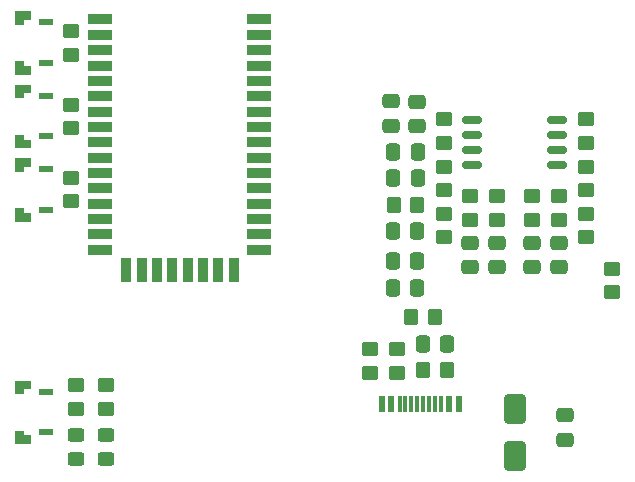
<source format=gbr>
%TF.GenerationSoftware,KiCad,Pcbnew,9.0.4*%
%TF.CreationDate,2025-09-28T00:45:50+02:00*%
%TF.ProjectId,BTM308-host,42544d33-3038-42d6-986f-73742e6b6963,rev?*%
%TF.SameCoordinates,Original*%
%TF.FileFunction,Paste,Top*%
%TF.FilePolarity,Positive*%
%FSLAX46Y46*%
G04 Gerber Fmt 4.6, Leading zero omitted, Abs format (unit mm)*
G04 Created by KiCad (PCBNEW 9.0.4) date 2025-09-28 00:45:50*
%MOMM*%
%LPD*%
G01*
G04 APERTURE LIST*
G04 Aperture macros list*
%AMRoundRect*
0 Rectangle with rounded corners*
0 $1 Rounding radius*
0 $2 $3 $4 $5 $6 $7 $8 $9 X,Y pos of 4 corners*
0 Add a 4 corners polygon primitive as box body*
4,1,4,$2,$3,$4,$5,$6,$7,$8,$9,$2,$3,0*
0 Add four circle primitives for the rounded corners*
1,1,$1+$1,$2,$3*
1,1,$1+$1,$4,$5*
1,1,$1+$1,$6,$7*
1,1,$1+$1,$8,$9*
0 Add four rect primitives between the rounded corners*
20,1,$1+$1,$2,$3,$4,$5,0*
20,1,$1+$1,$4,$5,$6,$7,0*
20,1,$1+$1,$6,$7,$8,$9,0*
20,1,$1+$1,$8,$9,$2,$3,0*%
G04 Aperture macros list end*
%ADD10C,0.001000*%
%ADD11R,1.200000X0.600000*%
%ADD12R,2.000000X0.925000*%
%ADD13R,0.925000X2.000000*%
%ADD14RoundRect,0.250000X-0.450000X0.350000X-0.450000X-0.350000X0.450000X-0.350000X0.450000X0.350000X0*%
%ADD15RoundRect,0.250000X0.450000X-0.350000X0.450000X0.350000X-0.450000X0.350000X-0.450000X-0.350000X0*%
%ADD16RoundRect,0.250000X-0.450000X0.325000X-0.450000X-0.325000X0.450000X-0.325000X0.450000X0.325000X0*%
%ADD17RoundRect,0.250000X-0.350000X-0.450000X0.350000X-0.450000X0.350000X0.450000X-0.350000X0.450000X0*%
%ADD18RoundRect,0.250000X-0.337500X-0.475000X0.337500X-0.475000X0.337500X0.475000X-0.337500X0.475000X0*%
%ADD19RoundRect,0.250000X0.350000X0.450000X-0.350000X0.450000X-0.350000X-0.450000X0.350000X-0.450000X0*%
%ADD20RoundRect,0.250000X-0.650000X1.000000X-0.650000X-1.000000X0.650000X-1.000000X0.650000X1.000000X0*%
%ADD21RoundRect,0.162500X-0.650000X-0.162500X0.650000X-0.162500X0.650000X0.162500X-0.650000X0.162500X0*%
%ADD22RoundRect,0.250000X0.475000X-0.337500X0.475000X0.337500X-0.475000X0.337500X-0.475000X-0.337500X0*%
%ADD23RoundRect,0.250000X-0.475000X0.337500X-0.475000X-0.337500X0.475000X-0.337500X0.475000X0.337500X0*%
%ADD24RoundRect,0.250000X0.337500X0.475000X-0.337500X0.475000X-0.337500X-0.475000X0.337500X-0.475000X0*%
%ADD25R,0.600000X1.450000*%
%ADD26R,0.300000X1.450000*%
G04 APERTURE END LIST*
D10*
%TO.C,SW6*%
X116350000Y-92017500D02*
X117000000Y-92017500D01*
X117000000Y-92667500D01*
X115700000Y-92667500D01*
X115700000Y-91617500D01*
X116350000Y-91617500D01*
X116350000Y-92017500D01*
G36*
X116350000Y-92017500D02*
G01*
X117000000Y-92017500D01*
X117000000Y-92667500D01*
X115700000Y-92667500D01*
X115700000Y-91617500D01*
X116350000Y-91617500D01*
X116350000Y-92017500D01*
G37*
X117000000Y-88017500D02*
X116350000Y-88017500D01*
X116350000Y-88417500D01*
X115700000Y-88417500D01*
X115700000Y-87367500D01*
X117000000Y-87367500D01*
X117000000Y-88017500D01*
G36*
X117000000Y-88017500D02*
G01*
X116350000Y-88017500D01*
X116350000Y-88417500D01*
X115700000Y-88417500D01*
X115700000Y-87367500D01*
X117000000Y-87367500D01*
X117000000Y-88017500D01*
G37*
%TO.C,SW1*%
X116350000Y-66975000D02*
X117000000Y-66975000D01*
X117000000Y-67625000D01*
X115700000Y-67625000D01*
X115700000Y-66575000D01*
X116350000Y-66575000D01*
X116350000Y-66975000D01*
G36*
X116350000Y-66975000D02*
G01*
X117000000Y-66975000D01*
X117000000Y-67625000D01*
X115700000Y-67625000D01*
X115700000Y-66575000D01*
X116350000Y-66575000D01*
X116350000Y-66975000D01*
G37*
X117000000Y-62975000D02*
X116350000Y-62975000D01*
X116350000Y-63375000D01*
X115700000Y-63375000D01*
X115700000Y-62325000D01*
X117000000Y-62325000D01*
X117000000Y-62975000D01*
G36*
X117000000Y-62975000D02*
G01*
X116350000Y-62975000D01*
X116350000Y-63375000D01*
X115700000Y-63375000D01*
X115700000Y-62325000D01*
X117000000Y-62325000D01*
X117000000Y-62975000D01*
G37*
%TO.C,SW3*%
X116350000Y-60750000D02*
X117000000Y-60750000D01*
X117000000Y-61400000D01*
X115700000Y-61400000D01*
X115700000Y-60350000D01*
X116350000Y-60350000D01*
X116350000Y-60750000D01*
G36*
X116350000Y-60750000D02*
G01*
X117000000Y-60750000D01*
X117000000Y-61400000D01*
X115700000Y-61400000D01*
X115700000Y-60350000D01*
X116350000Y-60350000D01*
X116350000Y-60750000D01*
G37*
X117000000Y-56750000D02*
X116350000Y-56750000D01*
X116350000Y-57150000D01*
X115700000Y-57150000D01*
X115700000Y-56100000D01*
X117000000Y-56100000D01*
X117000000Y-56750000D01*
G36*
X117000000Y-56750000D02*
G01*
X116350000Y-56750000D01*
X116350000Y-57150000D01*
X115700000Y-57150000D01*
X115700000Y-56100000D01*
X117000000Y-56100000D01*
X117000000Y-56750000D01*
G37*
%TO.C,SW2*%
X116350000Y-73200000D02*
X117000000Y-73200000D01*
X117000000Y-73850000D01*
X115700000Y-73850000D01*
X115700000Y-72800000D01*
X116350000Y-72800000D01*
X116350000Y-73200000D01*
G36*
X116350000Y-73200000D02*
G01*
X117000000Y-73200000D01*
X117000000Y-73850000D01*
X115700000Y-73850000D01*
X115700000Y-72800000D01*
X116350000Y-72800000D01*
X116350000Y-73200000D01*
G37*
X117000000Y-69200000D02*
X116350000Y-69200000D01*
X116350000Y-69600000D01*
X115700000Y-69600000D01*
X115700000Y-68550000D01*
X117000000Y-68550000D01*
X117000000Y-69200000D01*
G36*
X117000000Y-69200000D02*
G01*
X116350000Y-69200000D01*
X116350000Y-69600000D01*
X115700000Y-69600000D01*
X115700000Y-68550000D01*
X117000000Y-68550000D01*
X117000000Y-69200000D01*
G37*
%TD*%
D11*
%TO.C,SW6*%
X118300000Y-88317500D03*
X118300000Y-91717500D03*
%TD*%
D12*
%TO.C,U1*%
X136350000Y-56800000D03*
X136350000Y-58100000D03*
X136350000Y-59400000D03*
X136350000Y-60700000D03*
X136350000Y-62000000D03*
X136350000Y-63300000D03*
X136350000Y-64600000D03*
X136350000Y-65900000D03*
X136350000Y-67200000D03*
X136350000Y-68500000D03*
X136350000Y-69800000D03*
X136350000Y-71100000D03*
X136350000Y-72400000D03*
X136350000Y-73700000D03*
X136350000Y-75000000D03*
X136350000Y-76300000D03*
D13*
X134200000Y-78050000D03*
X132900000Y-78050000D03*
X131600000Y-78050000D03*
X130300000Y-78050000D03*
X129000000Y-78050000D03*
X127700000Y-78050000D03*
X126400000Y-78050000D03*
X125100000Y-78050000D03*
D12*
X122850000Y-76300000D03*
X122850000Y-75000000D03*
X122850000Y-73700000D03*
X122850000Y-72400000D03*
X122850000Y-71100000D03*
X122850000Y-69800000D03*
X122850000Y-68500000D03*
X122850000Y-67200000D03*
X122850000Y-65900000D03*
X122850000Y-64600000D03*
X122850000Y-63300000D03*
X122850000Y-62000000D03*
X122850000Y-60700000D03*
X122850000Y-59400000D03*
X122850000Y-58100000D03*
X122850000Y-56800000D03*
%TD*%
D11*
%TO.C,SW1*%
X118300000Y-63275000D03*
X118300000Y-66675000D03*
%TD*%
D14*
%TO.C,R5*%
X120846667Y-89750000D03*
X120846667Y-87750000D03*
%TD*%
D15*
%TO.C,R1*%
X120450000Y-64000000D03*
X120450000Y-66000000D03*
%TD*%
%TO.C,R2*%
X120450000Y-70200000D03*
X120450000Y-72200000D03*
%TD*%
D16*
%TO.C,D1*%
X120831667Y-91975000D03*
X120831667Y-94025000D03*
%TD*%
D11*
%TO.C,SW3*%
X118300000Y-57050000D03*
X118300000Y-60450000D03*
%TD*%
D14*
%TO.C,R4*%
X123413333Y-89750000D03*
X123413333Y-87750000D03*
%TD*%
D11*
%TO.C,SW2*%
X118300000Y-69500000D03*
X118300000Y-72900000D03*
%TD*%
D16*
%TO.C,D2*%
X123428333Y-94025000D03*
X123428333Y-91975000D03*
%TD*%
D15*
%TO.C,R3*%
X120450000Y-57800000D03*
X120450000Y-59800000D03*
%TD*%
%TO.C,R21*%
X166200000Y-79900000D03*
X166200000Y-77900000D03*
%TD*%
%TO.C,R19*%
X164000000Y-65250000D03*
X164000000Y-67250000D03*
%TD*%
D17*
%TO.C,R14*%
X151250000Y-82000000D03*
X149250000Y-82000000D03*
%TD*%
D14*
%TO.C,R9*%
X154250000Y-71750000D03*
X154250000Y-73750000D03*
%TD*%
D18*
%TO.C,C5*%
X147712500Y-70250000D03*
X149787500Y-70250000D03*
%TD*%
D15*
%TO.C,R20*%
X152000000Y-67250000D03*
X152000000Y-65250000D03*
%TD*%
D19*
%TO.C,R16*%
X152250000Y-86500000D03*
X150250000Y-86500000D03*
%TD*%
D18*
%TO.C,C4*%
X147675000Y-77250000D03*
X149750000Y-77250000D03*
%TD*%
D15*
%TO.C,R17*%
X145750000Y-86737500D03*
X145750000Y-84737500D03*
%TD*%
D18*
%TO.C,C3*%
X147675000Y-79500000D03*
X149750000Y-79500000D03*
%TD*%
%TO.C,C12*%
X150212500Y-84250000D03*
X152287500Y-84250000D03*
%TD*%
D20*
%TO.C,D3*%
X158000000Y-89737500D03*
X158000000Y-93737500D03*
%TD*%
D21*
%TO.C,U2*%
X154412500Y-65345000D03*
X154412500Y-66615000D03*
X154412500Y-67885000D03*
X154412500Y-69155000D03*
X161587500Y-69155000D03*
X161587500Y-67885000D03*
X161587500Y-66615000D03*
X161587500Y-65345000D03*
%TD*%
D15*
%TO.C,R6*%
X152000000Y-75250000D03*
X152000000Y-73250000D03*
%TD*%
D14*
%TO.C,R13*%
X161750000Y-71750000D03*
X161750000Y-73750000D03*
%TD*%
D15*
%TO.C,R10*%
X164000000Y-75250000D03*
X164000000Y-73250000D03*
%TD*%
D22*
%TO.C,C8*%
X156500000Y-77787500D03*
X156500000Y-75712500D03*
%TD*%
%TO.C,C6*%
X161750000Y-77787500D03*
X161750000Y-75712500D03*
%TD*%
D18*
%TO.C,C10*%
X147712500Y-68000000D03*
X149787500Y-68000000D03*
%TD*%
D15*
%TO.C,R11*%
X159500000Y-73750000D03*
X159500000Y-71750000D03*
%TD*%
D17*
%TO.C,R15*%
X147750000Y-72500000D03*
X149750000Y-72500000D03*
%TD*%
D22*
%TO.C,C11*%
X147500000Y-65787500D03*
X147500000Y-63712500D03*
%TD*%
D23*
%TO.C,C1*%
X162250000Y-90312500D03*
X162250000Y-92387500D03*
%TD*%
D22*
%TO.C,C7*%
X154250000Y-77787500D03*
X154250000Y-75712500D03*
%TD*%
D24*
%TO.C,C13*%
X149750000Y-74750000D03*
X147675000Y-74750000D03*
%TD*%
D15*
%TO.C,R8*%
X152000000Y-71250000D03*
X152000000Y-69250000D03*
%TD*%
%TO.C,R12*%
X164000000Y-71250000D03*
X164000000Y-69250000D03*
%TD*%
D22*
%TO.C,C9*%
X159500000Y-77787500D03*
X159500000Y-75712500D03*
%TD*%
D15*
%TO.C,R18*%
X148000000Y-86737500D03*
X148000000Y-84737500D03*
%TD*%
D25*
%TO.C,J2*%
X146750000Y-89352500D03*
X147550000Y-89352500D03*
D26*
X148750000Y-89352500D03*
X149750000Y-89352500D03*
X150250000Y-89352500D03*
X151250000Y-89352500D03*
D25*
X152450000Y-89352500D03*
X153250000Y-89352500D03*
X153250000Y-89352500D03*
X152450000Y-89352500D03*
D26*
X151750000Y-89352500D03*
X150750000Y-89352500D03*
X149250000Y-89352500D03*
X148250000Y-89352500D03*
D25*
X147550000Y-89352500D03*
X146750000Y-89352500D03*
%TD*%
D22*
%TO.C,C2*%
X149750000Y-65825000D03*
X149750000Y-63750000D03*
%TD*%
D15*
%TO.C,R7*%
X156500000Y-73750000D03*
X156500000Y-71750000D03*
%TD*%
M02*

</source>
